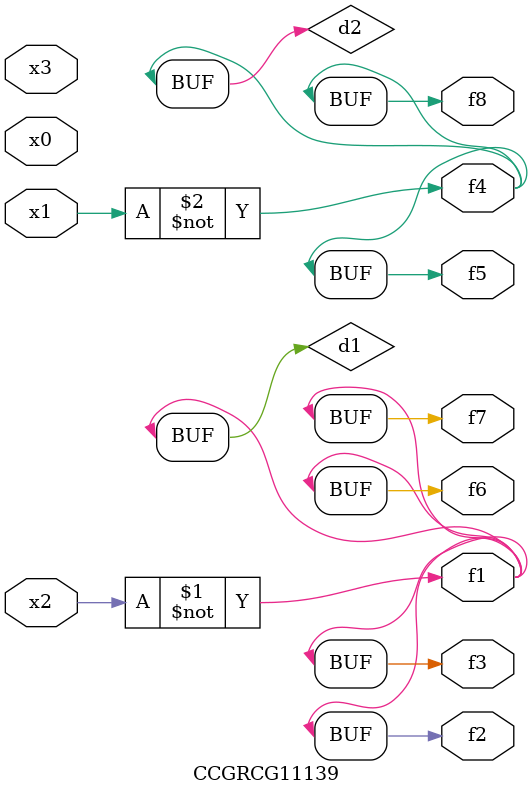
<source format=v>
module CCGRCG11139(
	input x0, x1, x2, x3,
	output f1, f2, f3, f4, f5, f6, f7, f8
);

	wire d1, d2;

	xnor (d1, x2);
	not (d2, x1);
	assign f1 = d1;
	assign f2 = d1;
	assign f3 = d1;
	assign f4 = d2;
	assign f5 = d2;
	assign f6 = d1;
	assign f7 = d1;
	assign f8 = d2;
endmodule

</source>
